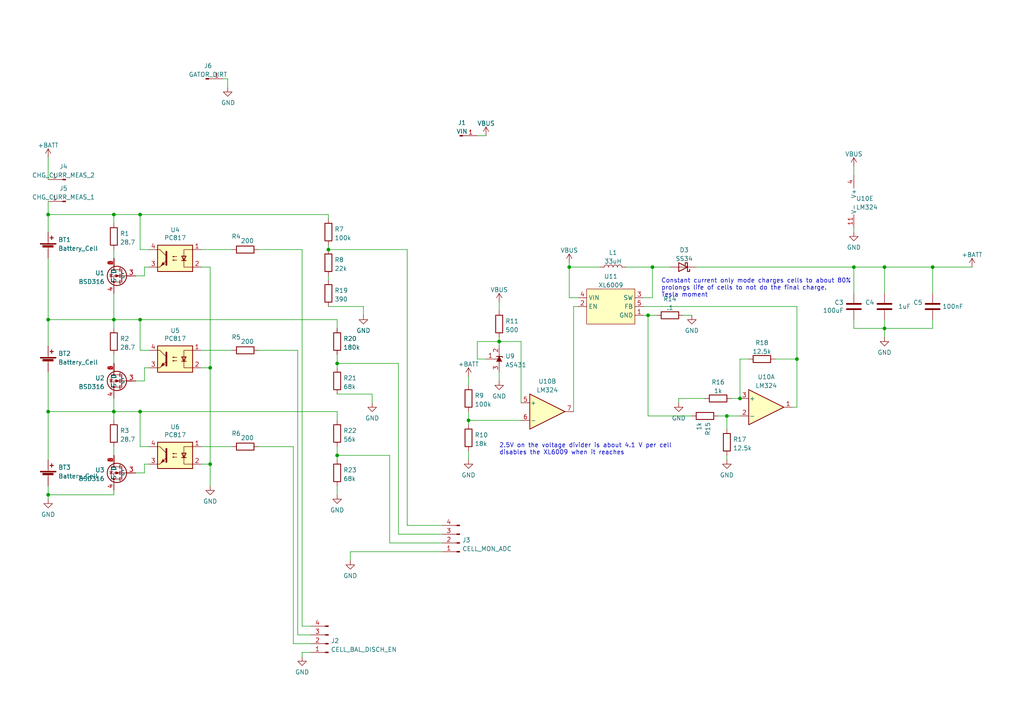
<source format=kicad_sch>
(kicad_sch (version 20211123) (generator eeschema)
  (paper "A4")
  (lib_symbols
    (symbol "1KicadLib:AS431"
      (property "Reference" "U" (at -5.08 -3.81 0))
      (property "Value" "AS431" (at -7.62 6.35 0))
      (symbol "AS431_0_1"
        (polyline (pts (xy -0.762 -0.762) (xy 0 0.762) (xy 0.762 -0.762)) (fill (type outline)))
        (polyline (pts (xy 0 -1.27) (xy 0 0) (xy 0 1.27)))
        (polyline (pts (xy 1.016 0.508) (xy 0.762 0.762) (xy -0.762 0.762) (xy -0.762 0.762)) (stroke (width 0.254)))
      )
      (symbol "AS431_1_1"
        (polyline (pts (xy -1.27 0) (xy 0 0)))
        (pin passive line (at -3.81 0 0) (length 2.54) (name "") (number "1"))
        (pin passive line (at 0 3.81 270) (length 2.54) (name "") (number "2"))
        (pin passive line (at 0 -3.81 90) (length 2.54) (name "") (number "3"))
      )
    )
    (symbol "1KicadLib:BSD316"
      (property "Reference" "U" (at -5.08 -3.81 0))
      (property "Value" "BSD316" (at -7.62 6.35 0))
      (symbol "BSD316_0_1"
        (circle (center -0.889 0) (radius 2.794) (stroke (width 0.254)))
        (circle (center 0 -1.778) (radius 0.254) (fill (type outline)))
        (polyline (pts (xy -2.286 0) (xy -5.08 0)))
        (polyline (pts (xy -2.286 1.905) (xy -2.286 -1.905)) (stroke (width 0.254)))
        (polyline (pts (xy -1.778 -1.27) (xy -1.778 -2.286)) (stroke (width 0.254)))
        (polyline (pts (xy -1.778 0.508) (xy -1.778 -0.508)) (stroke (width 0.254)))
        (polyline (pts (xy -1.778 2.286) (xy -1.778 1.27)) (stroke (width 0.254)))
        (polyline (pts (xy 0 2.54) (xy 0 1.778)))
        (polyline (pts (xy 0 -2.54) (xy 0 0) (xy -1.778 0)))
        (polyline (pts (xy -1.778 -1.778) (xy 0.762 -1.778) (xy 0.762 1.778) (xy -1.778 1.778)))
        (polyline (pts (xy -1.524 0) (xy -0.508 0.381) (xy -0.508 -0.381) (xy -1.524 0)) (fill (type outline)))
        (polyline (pts (xy 0.254 0.508) (xy 0.381 0.381) (xy 1.143 0.381) (xy 1.27 0.254)))
        (polyline (pts (xy 0.762 0.381) (xy 0.381 -0.254) (xy 1.143 -0.254) (xy 0.762 0.381)))
        (circle (center 0 1.778) (radius 0.254) (fill (type outline)))
      )
      (symbol "BSD316_1_1"
        (pin passive line (at 0 5.08 270) (length 2.54) (name "D") (number "1"))
        (pin passive line (at 0 5.08 270) (length 2.54) (name "D") (number "2"))
        (pin input line (at -6.35 0 0) (length 2.54) (name "G") (number "3"))
        (pin passive line (at 0 -5.08 90) (length 2.54) (name "S") (number "4"))
        (pin passive line (at 0 5.08 270) (length 2.54) (name "D") (number "5"))
        (pin passive line (at 0 5.08 270) (length 2.54) (name "D") (number "6"))
      )
    )
    (symbol "1KicadLib:XL6009"
      (property "Reference" "U?" (at 0.635 12.539 0))
      (property "Value" "XL6009" (at 0.635 10.0021 0))
      (symbol "XL6009_0_1"
        (rectangle (start -6.35 8.89) (end 7.62 -1.27) (stroke (width 0.1524)) (fill (type background)))
      )
      (symbol "XL6009_1_1"
        (pin input line (at 10.16 1.27 180) (length 2.54) (name "GND") (number "1"))
        (pin input line (at -8.89 3.81 0) (length 2.54) (name "EN") (number "2"))
        (pin input line (at 10.16 6.35 180) (length 2.54) (name "SW") (number "3"))
        (pin input line (at -8.89 6.35 0) (length 2.54) (name "VIN") (number "4"))
        (pin input line (at 10.16 3.81 180) (length 2.54) (name "FB") (number "5"))
      )
    )
    (symbol "Amplifier_Operational:LM324" (pin_names (offset 0.127))
      (property "Reference" "U" (at 0 5.08 0))
      (property "Value" "LM324" (at 0 -5.08 0))
      (symbol "LM324_1_1"
        (polyline (pts (xy -5.08 5.08) (xy 5.08 0) (xy -5.08 -5.08) (xy -5.08 5.08)) (stroke (width 0.254)) (fill (type background)))
        (pin output line (at 7.62 0 180) (length 2.54) (name "~") (number "1"))
        (pin input line (at -7.62 -2.54 0) (length 2.54) (name "-") (number "2"))
        (pin input line (at -7.62 2.54 0) (length 2.54) (name "+") (number "3"))
      )
      (symbol "LM324_2_1"
        (polyline (pts (xy -5.08 5.08) (xy 5.08 0) (xy -5.08 -5.08) (xy -5.08 5.08)) (stroke (width 0.254)) (fill (type background)))
        (pin input line (at -7.62 2.54 0) (length 2.54) (name "+") (number "5"))
        (pin input line (at -7.62 -2.54 0) (length 2.54) (name "-") (number "6"))
        (pin output line (at 7.62 0 180) (length 2.54) (name "~") (number "7"))
      )
      (symbol "LM324_3_1"
        (polyline (pts (xy -5.08 5.08) (xy 5.08 0) (xy -5.08 -5.08) (xy -5.08 5.08)) (stroke (width 0.254)) (fill (type background)))
        (pin input line (at -7.62 2.54 0) (length 2.54) (name "+") (number "10"))
        (pin output line (at 7.62 0 180) (length 2.54) (name "~") (number "8"))
        (pin input line (at -7.62 -2.54 0) (length 2.54) (name "-") (number "9"))
      )
      (symbol "LM324_4_1"
        (polyline (pts (xy -5.08 5.08) (xy 5.08 0) (xy -5.08 -5.08) (xy -5.08 5.08)) (stroke (width 0.254)) (fill (type background)))
        (pin input line (at -7.62 2.54 0) (length 2.54) (name "+") (number "12"))
        (pin input line (at -7.62 -2.54 0) (length 2.54) (name "-") (number "13"))
        (pin output line (at 7.62 0 180) (length 2.54) (name "~") (number "14"))
      )
      (symbol "LM324_5_1"
        (pin power_in line (at -2.54 -7.62 90) (length 3.81) (name "V-") (number "11"))
        (pin power_in line (at -2.54 7.62 270) (length 3.81) (name "V+") (number "4"))
      )
    )
    (symbol "Connector:Conn_01x01_Male" (pin_names (offset 1.016) hide)
      (property "Reference" "J" (at 0 2.54 0))
      (property "Value" "Conn_01x01_Male" (at 0 -2.54 0))
      (symbol "Conn_01x01_Male_1_1"
        (polyline (pts (xy 1.27 0) (xy 0.8636 0)) (stroke (width 0.1524)))
        (rectangle (start 0.8636 0.127) (end 0 -0.127) (stroke (width 0.1524)) (fill (type outline)))
        (pin passive line (at 5.08 0 180) (length 3.81) (name "Pin_1") (number "1"))
      )
    )
    (symbol "Connector:Conn_01x04_Male" (pin_names (offset 1.016) hide)
      (property "Reference" "J" (at 0 5.08 0))
      (property "Value" "Conn_01x04_Male" (at 0 -7.62 0))
      (symbol "Conn_01x04_Male_1_1"
        (polyline (pts (xy 1.27 -5.08) (xy 0.8636 -5.08)) (stroke (width 0.1524)))
        (polyline (pts (xy 1.27 -2.54) (xy 0.8636 -2.54)) (stroke (width 0.1524)))
        (polyline (pts (xy 1.27 0) (xy 0.8636 0)) (stroke (width 0.1524)))
        (polyline (pts (xy 1.27 2.54) (xy 0.8636 2.54)) (stroke (width 0.1524)))
        (rectangle (start 0.8636 -4.953) (end 0 -5.207) (stroke (width 0.1524)) (fill (type outline)))
        (rectangle (start 0.8636 -2.413) (end 0 -2.667) (stroke (width 0.1524)) (fill (type outline)))
        (rectangle (start 0.8636 0.127) (end 0 -0.127) (stroke (width 0.1524)) (fill (type outline)))
        (rectangle (start 0.8636 2.667) (end 0 2.413) (stroke (width 0.1524)) (fill (type outline)))
        (pin passive line (at 5.08 2.54 180) (length 3.81) (name "Pin_1") (number "1"))
        (pin passive line (at 5.08 0 180) (length 3.81) (name "Pin_2") (number "2"))
        (pin passive line (at 5.08 -2.54 180) (length 3.81) (name "Pin_3") (number "3"))
        (pin passive line (at 5.08 -5.08 180) (length 3.81) (name "Pin_4") (number "4"))
      )
    )
    (symbol "Device:Battery_Cell" (pin_numbers hide) (pin_names (offset 0) hide)
      (property "Reference" "BT" (at 2.54 2.54 0))
      (property "Value" "Battery_Cell" (at 2.54 0 0))
      (symbol "Battery_Cell_0_1"
        (rectangle (start -2.286 1.778) (end 2.286 1.524) (fill (type outline)))
        (rectangle (start -1.5748 1.1938) (end 1.4732 0.6858) (fill (type outline)))
        (polyline (pts (xy 0 0.762) (xy 0 0)))
        (polyline (pts (xy 0 1.778) (xy 0 2.54)))
        (polyline (pts (xy 0.508 3.429) (xy 1.524 3.429)) (stroke (width 0.254)))
        (polyline (pts (xy 1.016 3.937) (xy 1.016 2.921)) (stroke (width 0.254)))
      )
      (symbol "Battery_Cell_1_1"
        (pin passive line (at 0 5.08 270) (length 2.54) (name "+") (number "1"))
        (pin passive line (at 0 -2.54 90) (length 2.54) (name "-") (number "2"))
      )
    )
    (symbol "Device:C" (pin_numbers hide) (pin_names (offset 0.254))
      (property "Reference" "C" (at 0.635 2.54 0))
      (property "Value" "C" (at 0.635 -2.54 0))
      (symbol "C_0_1"
        (polyline (pts (xy -2.032 -0.762) (xy 2.032 -0.762)) (stroke (width 0.508)))
        (polyline (pts (xy -2.032 0.762) (xy 2.032 0.762)) (stroke (width 0.508)))
      )
      (symbol "C_1_1"
        (pin passive line (at 0 3.81 270) (length 2.794) (name "~") (number "1"))
        (pin passive line (at 0 -3.81 90) (length 2.794) (name "~") (number "2"))
      )
    )
    (symbol "Device:D_Schottky" (pin_numbers hide) (pin_names (offset 1.016) hide)
      (property "Reference" "D" (at 0 2.54 0))
      (property "Value" "D_Schottky" (at 0 -2.54 0))
      (symbol "D_Schottky_0_1"
        (polyline (pts (xy 1.27 0) (xy -1.27 0)))
        (polyline (pts (xy 1.27 1.27) (xy 1.27 -1.27) (xy -1.27 0) (xy 1.27 1.27)) (stroke (width 0.254)))
        (polyline (pts (xy -1.905 0.635) (xy -1.905 1.27) (xy -1.27 1.27) (xy -1.27 -1.27) (xy -0.635 -1.27) (xy -0.635 -0.635)) (stroke (width 0.254)))
      )
      (symbol "D_Schottky_1_1"
        (pin passive line (at -3.81 0 0) (length 2.54) (name "K") (number "1"))
        (pin passive line (at 3.81 0 180) (length 2.54) (name "A") (number "2"))
      )
    )
    (symbol "Device:L" (pin_numbers hide) (pin_names (offset 1.016) hide)
      (property "Reference" "L" (at -1.27 0 90))
      (property "Value" "L" (at 1.905 0 90))
      (symbol "L_0_1"
        (arc (start 0 -2.54) (mid 0.635 -1.905) (end 0 -1.27))
        (arc (start 0 -1.27) (mid 0.635 -0.635) (end 0 0))
        (arc (start 0 0) (mid 0.635 0.635) (end 0 1.27))
        (arc (start 0 1.27) (mid 0.635 1.905) (end 0 2.54))
      )
      (symbol "L_1_1"
        (pin passive line (at 0 3.81 270) (length 1.27) (name "1") (number "1"))
        (pin passive line (at 0 -3.81 90) (length 1.27) (name "2") (number "2"))
      )
    )
    (symbol "Device:R" (pin_numbers hide) (pin_names (offset 0))
      (property "Reference" "R" (at 2.032 0 90))
      (property "Value" "R" (at 0 0 90))
      (symbol "R_0_1"
        (rectangle (start -1.016 -2.54) (end 1.016 2.54) (stroke (width 0.254)))
      )
      (symbol "R_1_1"
        (pin passive line (at 0 3.81 270) (length 1.27) (name "~") (number "1"))
        (pin passive line (at 0 -3.81 90) (length 1.27) (name "~") (number "2"))
      )
    )
    (symbol "Isolator:PC817" (pin_names (offset 1.016))
      (property "Reference" "U" (at -5.08 5.08 0))
      (property "Value" "PC817" (at 0 5.08 0))
      (symbol "PC817_0_1"
        (rectangle (start -5.08 3.81) (end 5.08 -3.81) (stroke (width 0.254)) (fill (type background)))
        (polyline (pts (xy -3.175 -0.635) (xy -1.905 -0.635)) (stroke (width 0.254)))
        (polyline (pts (xy 2.54 0.635) (xy 4.445 2.54)))
        (polyline (pts (xy 4.445 -2.54) (xy 2.54 -0.635)) (fill (type outline)))
        (polyline (pts (xy 4.445 -2.54) (xy 5.08 -2.54)))
        (polyline (pts (xy 4.445 2.54) (xy 5.08 2.54)))
        (polyline (pts (xy -5.08 2.54) (xy -2.54 2.54) (xy -2.54 -0.635)))
        (polyline (pts (xy -2.54 -0.635) (xy -2.54 -2.54) (xy -5.08 -2.54)))
        (polyline (pts (xy 2.54 1.905) (xy 2.54 -1.905) (xy 2.54 -1.905)) (stroke (width 0.508)))
        (polyline (pts (xy -2.54 -0.635) (xy -3.175 0.635) (xy -1.905 0.635) (xy -2.54 -0.635)) (stroke (width 0.254)))
        (polyline (pts (xy -0.508 -0.508) (xy 0.762 -0.508) (xy 0.381 -0.635) (xy 0.381 -0.381) (xy 0.762 -0.508)))
        (polyline (pts (xy -0.508 0.508) (xy 0.762 0.508) (xy 0.381 0.381) (xy 0.381 0.635) (xy 0.762 0.508)))
        (polyline (pts (xy 3.048 -1.651) (xy 3.556 -1.143) (xy 4.064 -2.159) (xy 3.048 -1.651) (xy 3.048 -1.651)) (fill (type outline)))
      )
      (symbol "PC817_1_1"
        (pin passive line (at -7.62 2.54 0) (length 2.54) (name "~") (number "1"))
        (pin passive line (at -7.62 -2.54 0) (length 2.54) (name "~") (number "2"))
        (pin passive line (at 7.62 -2.54 180) (length 2.54) (name "~") (number "3"))
        (pin passive line (at 7.62 2.54 180) (length 2.54) (name "~") (number "4"))
      )
    )
    (symbol "power:+BATT" (power) (pin_names (offset 0))
      (property "Value" "+BATT" (at 0 3.556 0))
      (symbol "+BATT_0_1"
        (polyline (pts (xy -0.762 1.27) (xy 0 2.54)))
        (polyline (pts (xy 0 0) (xy 0 2.54)))
        (polyline (pts (xy 0 2.54) (xy 0.762 1.27)))
      )
      (symbol "+BATT_1_1"
        (pin power_in line (at 0 0 90) (length 0) hide (name "+BATT") (number "1"))
      )
    )
    (symbol "power:GND" (power) (pin_names (offset 0))
      (property "Value" "GND" (at 0 -3.81 0))
      (symbol "GND_0_1"
        (polyline (pts (xy 0 0) (xy 0 -1.27) (xy 1.27 -1.27) (xy 0 -2.54) (xy -1.27 -1.27) (xy 0 -1.27)))
      )
      (symbol "GND_1_1"
        (pin power_in line (at 0 0 270) (length 0) hide (name "GND") (number "1"))
      )
    )
    (symbol "power:VBUS" (power) (pin_names (offset 0))
      (property "Value" "VBUS" (at 0 3.81 0))
      (symbol "VBUS_0_1"
        (polyline (pts (xy -0.762 1.27) (xy 0 2.54)))
        (polyline (pts (xy 0 0) (xy 0 2.54)))
        (polyline (pts (xy 0 2.54) (xy 0.762 1.27)))
      )
      (symbol "VBUS_1_1"
        (pin power_in line (at 0 0 90) (length 0) hide (name "VBUS") (number "1"))
      )
    )
  )
  (junction (at 135.89 121.92))
  (junction (at 13.97 62.23))
  (junction (at 231.14 104.14))
  (junction (at 40.64 119.38))
  (junction (at 33.02 62.23))
  (junction (at 97.79 105.41))
  (junction (at 33.02 92.71))
  (junction (at 214.63 115.57))
  (junction (at 210.82 120.65))
  (junction (at 187.96 91.44))
  (junction (at 33.02 119.38))
  (junction (at 95.25 72.39))
  (junction (at 165.1 77.47))
  (junction (at 97.79 132.08))
  (junction (at 270.51 77.47))
  (junction (at 60.96 134.62))
  (junction (at 40.64 62.23))
  (junction (at 256.54 77.47))
  (junction (at 256.54 95.25))
  (junction (at 13.97 92.71))
  (junction (at 13.97 143.51))
  (junction (at 13.97 119.38))
  (junction (at 247.65 77.47))
  (junction (at 189.23 77.47))
  (junction (at 60.96 106.68))
  (junction (at 40.64 92.71))
  (junction (at 144.78 99.06))
  (wire (pts (xy 105.41 88.9) (xy 105.41 91.44)))
  (wire (pts (xy 74.93 72.39) (xy 87.63 72.39)))
  (wire (pts (xy 113.03 157.48) (xy 113.03 132.08)))
  (wire (pts (xy 166.37 88.9) (xy 167.64 88.9)))
  (wire (pts (xy 189.23 77.47) (xy 194.31 77.47)))
  (wire (pts (xy 33.02 62.23) (xy 13.97 62.23)))
  (wire (pts (xy 247.65 95.25) (xy 247.65 92.71)))
  (wire (pts (xy 95.25 72.39) (xy 118.11 72.39)))
  (wire (pts (xy 39.37 80.01) (xy 41.91 80.01)))
  (wire (pts (xy 135.89 121.92) (xy 151.13 121.92)))
  (wire (pts (xy 13.97 119.38) (xy 13.97 133.35)))
  (wire (pts (xy 135.89 121.92) (xy 135.89 123.19)))
  (wire (pts (xy 58.42 106.68) (xy 60.96 106.68)))
  (wire (pts (xy 33.02 95.25) (xy 33.02 92.71)))
  (wire (pts (xy 13.97 143.51) (xy 13.97 144.78)))
  (wire (pts (xy 105.41 88.9) (xy 95.25 88.9)))
  (wire (pts (xy 256.54 95.25) (xy 256.54 97.79)))
  (wire (pts (xy 87.63 181.61) (xy 87.63 72.39)))
  (wire (pts (xy 13.97 74.93) (xy 13.97 92.71)))
  (wire (pts (xy 33.02 92.71) (xy 40.64 92.71)))
  (wire (pts (xy 95.25 71.12) (xy 95.25 72.39)))
  (wire (pts (xy 166.37 88.9) (xy 166.37 119.38)))
  (wire (pts (xy 66.04 22.86) (xy 64.77 22.86)))
  (wire (pts (xy 40.64 62.23) (xy 40.64 72.39)))
  (wire (pts (xy 13.97 140.97) (xy 13.97 143.51)))
  (wire (pts (xy 135.89 119.38) (xy 135.89 121.92)))
  (wire (pts (xy 247.65 48.26) (xy 247.65 50.8)))
  (wire (pts (xy 95.25 63.5) (xy 95.25 62.23)))
  (wire (pts (xy 196.85 115.57) (xy 204.47 115.57)))
  (wire (pts (xy 165.1 77.47) (xy 173.99 77.47)))
  (wire (pts (xy 87.63 181.61) (xy 90.17 181.61)))
  (wire (pts (xy 58.42 134.62) (xy 60.96 134.62)))
  (wire (pts (xy 210.82 132.08) (xy 210.82 133.35)))
  (wire (pts (xy 40.64 72.39) (xy 43.18 72.39)))
  (wire (pts (xy 85.09 186.69) (xy 85.09 129.54)))
  (wire (pts (xy 212.09 115.57) (xy 214.63 115.57)))
  (wire (pts (xy 97.79 132.08) (xy 97.79 133.35)))
  (wire (pts (xy 128.27 154.94) (xy 115.57 154.94)))
  (wire (pts (xy 217.17 104.14) (xy 214.63 104.14)))
  (wire (pts (xy 144.78 87.63) (xy 144.78 90.17)))
  (wire (pts (xy 247.65 85.09) (xy 247.65 77.47)))
  (wire (pts (xy 40.64 62.23) (xy 95.25 62.23)))
  (wire (pts (xy 97.79 105.41) (xy 115.57 105.41)))
  (wire (pts (xy 33.02 143.51) (xy 33.02 142.24)))
  (wire (pts (xy 214.63 120.65) (xy 210.82 120.65)))
  (wire (pts (xy 43.18 106.68) (xy 41.91 106.68)))
  (wire (pts (xy 144.78 107.95) (xy 144.78 110.49)))
  (wire (pts (xy 33.02 102.87) (xy 33.02 105.41)))
  (wire (pts (xy 151.13 116.84) (xy 151.13 99.06)))
  (wire (pts (xy 135.89 130.81) (xy 135.89 133.35)))
  (wire (pts (xy 60.96 106.68) (xy 60.96 77.47)))
  (wire (pts (xy 144.78 99.06) (xy 144.78 100.33)))
  (wire (pts (xy 165.1 86.36) (xy 167.64 86.36)))
  (wire (pts (xy 33.02 64.77) (xy 33.02 62.23)))
  (wire (pts (xy 210.82 120.65) (xy 210.82 124.46)))
  (wire (pts (xy 270.51 92.71) (xy 270.51 95.25)))
  (wire (pts (xy 247.65 77.47) (xy 256.54 77.47)))
  (wire (pts (xy 256.54 85.09) (xy 256.54 77.47)))
  (wire (pts (xy 41.91 77.47) (xy 41.91 80.01)))
  (wire (pts (xy 66.04 25.4) (xy 66.04 22.86)))
  (wire (pts (xy 74.93 129.54) (xy 85.09 129.54)))
  (wire (pts (xy 58.42 77.47) (xy 60.96 77.47)))
  (wire (pts (xy 87.63 190.5) (xy 87.63 189.23)))
  (wire (pts (xy 41.91 134.62) (xy 41.91 137.16)))
  (wire (pts (xy 97.79 132.08) (xy 113.03 132.08)))
  (wire (pts (xy 97.79 102.87) (xy 97.79 105.41)))
  (wire (pts (xy 256.54 92.71) (xy 256.54 95.25)))
  (wire (pts (xy 189.23 86.36) (xy 189.23 77.47)))
  (wire (pts (xy 97.79 119.38) (xy 97.79 121.92)))
  (wire (pts (xy 189.23 86.36) (xy 186.69 86.36)))
  (wire (pts (xy 256.54 95.25) (xy 270.51 95.25)))
  (wire (pts (xy 224.79 104.14) (xy 231.14 104.14)))
  (wire (pts (xy 165.1 76.2) (xy 165.1 77.47)))
  (wire (pts (xy 33.02 121.92) (xy 33.02 119.38)))
  (wire (pts (xy 13.97 143.51) (xy 33.02 143.51)))
  (wire (pts (xy 231.14 118.11) (xy 229.87 118.11)))
  (wire (pts (xy 135.89 109.22) (xy 135.89 111.76)))
  (wire (pts (xy 40.64 101.6) (xy 43.18 101.6)))
  (wire (pts (xy 33.02 92.71) (xy 13.97 92.71)))
  (wire (pts (xy 256.54 77.47) (xy 270.51 77.47)))
  (wire (pts (xy 33.02 129.54) (xy 33.02 132.08)))
  (wire (pts (xy 13.97 62.23) (xy 13.97 67.31)))
  (wire (pts (xy 97.79 105.41) (xy 97.79 106.68)))
  (wire (pts (xy 87.63 189.23) (xy 90.17 189.23)))
  (wire (pts (xy 256.54 95.25) (xy 247.65 95.25)))
  (wire (pts (xy 165.1 77.47) (xy 165.1 86.36)))
  (wire (pts (xy 60.96 134.62) (xy 60.96 106.68)))
  (wire (pts (xy 186.69 88.9) (xy 231.14 88.9)))
  (wire (pts (xy 86.36 101.6) (xy 86.36 184.15)))
  (wire (pts (xy 97.79 129.54) (xy 97.79 132.08)))
  (wire (pts (xy 247.65 67.31) (xy 247.65 66.04)))
  (wire (pts (xy 39.37 110.49) (xy 41.91 110.49)))
  (wire (pts (xy 60.96 140.97) (xy 60.96 134.62)))
  (wire (pts (xy 33.02 119.38) (xy 40.64 119.38)))
  (wire (pts (xy 40.64 119.38) (xy 40.64 129.54)))
  (wire (pts (xy 33.02 119.38) (xy 13.97 119.38)))
  (wire (pts (xy 189.23 77.47) (xy 181.61 77.47)))
  (wire (pts (xy 210.82 120.65) (xy 208.28 120.65)))
  (wire (pts (xy 90.17 184.15) (xy 86.36 184.15)))
  (wire (pts (xy 107.95 114.3) (xy 107.95 116.84)))
  (wire (pts (xy 58.42 129.54) (xy 67.31 129.54)))
  (wire (pts (xy 101.6 162.56) (xy 101.6 160.02)))
  (wire (pts (xy 138.43 99.06) (xy 144.78 99.06)))
  (wire (pts (xy 140.97 104.14) (xy 138.43 104.14)))
  (wire (pts (xy 115.57 154.94) (xy 115.57 105.41)))
  (wire (pts (xy 90.17 186.69) (xy 85.09 186.69)))
  (wire (pts (xy 40.64 119.38) (xy 97.79 119.38)))
  (wire (pts (xy 33.02 72.39) (xy 33.02 74.93)))
  (wire (pts (xy 33.02 85.09) (xy 33.02 92.71)))
  (wire (pts (xy 128.27 152.4) (xy 118.11 152.4)))
  (wire (pts (xy 151.13 99.06) (xy 144.78 99.06)))
  (wire (pts (xy 187.96 120.65) (xy 187.96 91.44)))
  (wire (pts (xy 107.95 114.3) (xy 97.79 114.3)))
  (wire (pts (xy 95.25 80.01) (xy 95.25 81.28)))
  (wire (pts (xy 58.42 101.6) (xy 67.31 101.6)))
  (wire (pts (xy 40.64 92.71) (xy 40.64 101.6)))
  (wire (pts (xy 97.79 92.71) (xy 97.79 95.25)))
  (wire (pts (xy 198.12 91.44) (xy 200.66 91.44)))
  (wire (pts (xy 144.78 97.79) (xy 144.78 99.06)))
  (wire (pts (xy 270.51 85.09) (xy 270.51 77.47)))
  (wire (pts (xy 138.43 39.37) (xy 140.97 39.37)))
  (wire (pts (xy 41.91 106.68) (xy 41.91 110.49)))
  (wire (pts (xy 43.18 77.47) (xy 41.91 77.47)))
  (wire (pts (xy 43.18 134.62) (xy 41.91 134.62)))
  (wire (pts (xy 231.14 88.9) (xy 231.14 104.14)))
  (wire (pts (xy 118.11 152.4) (xy 118.11 72.39)))
  (wire (pts (xy 13.97 58.42) (xy 13.97 62.23)))
  (wire (pts (xy 40.64 92.71) (xy 97.79 92.71)))
  (wire (pts (xy 13.97 92.71) (xy 13.97 100.33)))
  (wire (pts (xy 58.42 72.39) (xy 67.31 72.39)))
  (wire (pts (xy 214.63 104.14) (xy 214.63 115.57)))
  (wire (pts (xy 196.85 116.84) (xy 196.85 115.57)))
  (wire (pts (xy 33.02 62.23) (xy 40.64 62.23)))
  (wire (pts (xy 187.96 91.44) (xy 186.69 91.44)))
  (wire (pts (xy 33.02 115.57) (xy 33.02 119.38)))
  (wire (pts (xy 41.91 137.16) (xy 39.37 137.16)))
  (wire (pts (xy 128.27 157.48) (xy 113.03 157.48)))
  (wire (pts (xy 200.66 120.65) (xy 187.96 120.65)))
  (wire (pts (xy 231.14 104.14) (xy 231.14 118.11)))
  (wire (pts (xy 74.93 101.6) (xy 86.36 101.6)))
  (wire (pts (xy 190.5 91.44) (xy 187.96 91.44)))
  (wire (pts (xy 97.79 140.97) (xy 97.79 143.51)))
  (wire (pts (xy 270.51 77.47) (xy 281.94 77.47)))
  (wire (pts (xy 101.6 160.02) (xy 128.27 160.02)))
  (wire (pts (xy 40.64 129.54) (xy 43.18 129.54)))
  (wire (pts (xy 138.43 104.14) (xy 138.43 99.06)))
  (wire (pts (xy 13.97 45.72) (xy 13.97 52.07)))
  (wire (pts (xy 13.97 107.95) (xy 13.97 119.38)))
  (wire (pts (xy 201.93 77.47) (xy 247.65 77.47)))
  (text "2.5V on the voltage divider is about 4.1 V per cell\ndisables the XL6009 when it reaches" (at 144.78 132.08 0) (effects (font (size 1.27 1.27)) (justify left bottom)))
  (text "Constant current only mode charges cells to about 80%\nprolongs life of cells to not do the final charge.\nTesla moment" (at 191.77 86.36 0) (effects (font (size 1.27 1.27)) (justify left bottom)))
  (symbol (lib_id "power:VBUS") (at 144.78 87.63 0) (unit 1)
    (property "Reference" "#PWR0109" (effects hide))
    (property "Value" "VBUS" (at 144.78 84.0542 0))
  )
  (symbol (lib_id "Device:R") (at 95.25 76.2 0) (unit 1)
    (property "Reference" "R8" (at 97.028 75.3653 0) (effects (justify left)))
    (property "Value" "22k" (at 97.028 77.9022 0) (effects (justify left)))
    (property "Footprint" "Resistor_SMD:R_0805_2012Metric_Pad1.20x1.40mm_HandSolder" (effects hide))
  )
  (symbol (lib_id "Device:R") (at 95.25 67.31 0) (unit 1)
    (property "Reference" "R7" (at 97.028 66.4753 0) (effects (justify left)))
    (property "Value" "100k" (at 97.028 69.0122 0) (effects (justify left)))
    (property "Footprint" "Resistor_SMD:R_0805_2012Metric_Pad1.20x1.40mm_HandSolder" (effects hide))
  )
  (symbol (lib_id "Amplifier_Operational:LM324") (at 222.25 118.11 0) (unit 1)
    (property "Reference" "U10" (at 222.25 109.3302 0))
    (property "Value" "LM324" (at 222.25 111.8671 0))
    (property "Footprint" "Package_SO:SOIC-14_3.9x8.7mm_P1.27mm" (effects hide))
    (property "Datasheet" "http://www.ti.com/lit/ds/symlink/lm2902-n.pdf" (effects hide))
  )
  (symbol (lib_id "power:GND") (at 105.41 91.44 0) (unit 1)
    (property "Reference" "#PWR0124" (effects hide))
    (property "Value" "GND" (at 105.41 95.8834 0))
  )
  (symbol (lib_id "1KicadLib:XL6009") (at 176.53 92.71 0) (unit 1)
    (property "Reference" "U11" (at 177.165 80.171 0))
    (property "Value" "XL6009" (at 177.165 82.7079 0))
    (property "Footprint" "Package_TO_SOT_SMD:TO-263-5_TabPin3" (effects hide))
  )
  (symbol (lib_id "Device:R") (at 97.79 137.16 0) (unit 1)
    (property "Reference" "R23" (at 99.568 136.3253 0) (effects (justify left)))
    (property "Value" "68k" (at 99.568 138.8622 0) (effects (justify left)))
    (property "Footprint" "Resistor_SMD:R_0805_2012Metric_Pad1.20x1.40mm_HandSolder" (effects hide))
  )
  (symbol (lib_id "1KicadLib:BSD316") (at 33.02 137.16 0) (mirror y) (unit 1)
    (property "Reference" "U3" (at 30.3531 136.3253 0) (effects (justify left)))
    (property "Value" "BSD316" (at 30.3531 138.8622 0) (effects (justify left)))
    (property "Footprint" "Package_TO_SOT_SMD:SOT-363_SC-70-6_Handsoldering" (effects hide))
  )
  (symbol (lib_id "Device:R") (at 204.47 120.65 270) (unit 1)
    (property "Reference" "R15" (at 205.3047 122.428 0) (effects (justify left)))
    (property "Value" "1k" (at 202.7678 122.428 0) (effects (justify left)))
    (property "Footprint" "Resistor_SMD:R_0805_2012Metric_Pad1.20x1.40mm_HandSolder" (effects hide))
  )
  (symbol (lib_id "Amplifier_Operational:LM324") (at 250.19 58.42 0) (unit 5)
    (property "Reference" "U10" (at 248.285 57.5853 0) (effects (justify left)))
    (property "Value" "LM324" (at 248.285 60.1222 0) (effects (justify left)))
    (property "Footprint" "Package_SO:SOIC-14_3.9x8.7mm_P1.27mm" (effects hide))
    (property "Datasheet" "http://www.ti.com/lit/ds/symlink/lm2902-n.pdf" (effects hide))
  )
  (symbol (lib_id "Device:R") (at 220.98 104.14 90) (unit 1)
    (property "Reference" "R18" (at 220.98 99.4242 90))
    (property "Value" "12.5k" (at 220.98 101.9611 90))
    (property "Footprint" "Resistor_SMD:R_0805_2012Metric_Pad1.20x1.40mm_HandSolder" (effects hide))
  )
  (symbol (lib_id "Device:R") (at 71.12 72.39 90) (unit 1)
    (property "Reference" "R4" (at 69.85 68.58 90) (effects (justify left)))
    (property "Value" "200" (at 73.66 69.85 90) (effects (justify left)))
    (property "Footprint" "Resistor_SMD:R_0805_2012Metric_Pad1.20x1.40mm_HandSolder" (effects hide))
  )
  (symbol (lib_id "power:GND") (at 200.66 91.44 0) (unit 1)
    (property "Reference" "#PWR0104" (effects hide))
    (property "Value" "GND" (at 200.66 95.8834 0))
  )
  (symbol (lib_id "power:VBUS") (at 247.65 48.26 0) (unit 1)
    (property "Reference" "#PWR0113" (effects hide))
    (property "Value" "VBUS" (at 247.65 44.6842 0))
  )
  (symbol (lib_id "Device:D_Schottky") (at 198.12 77.47 180) (unit 1)
    (property "Reference" "D3" (at 198.4375 72.5002 0))
    (property "Value" "SS34" (at 198.4375 75.0371 0))
    (property "Footprint" "Diode_SMD:D_SMC_Handsoldering" (effects hide))
  )
  (symbol (lib_id "1KicadLib:AS431") (at 144.78 104.14 0) (unit 1)
    (property "Reference" "U9" (at 146.558 103.3053 0) (effects (justify left)))
    (property "Value" "AS431" (at 146.558 105.8422 0) (effects (justify left)))
    (property "Footprint" "Package_TO_SOT_SMD:SOT-23-5_HandSoldering" (effects hide))
  )
  (symbol (lib_id "power:+BATT") (at 135.89 109.22 0) (unit 1)
    (property "Reference" "#PWR0107" (effects hide))
    (property "Value" "+BATT" (at 135.89 105.6442 0))
  )
  (symbol (lib_id "Device:R") (at 33.02 125.73 0) (unit 1)
    (property "Reference" "R3" (at 34.798 124.8953 0) (effects (justify left)))
    (property "Value" "28.7" (at 34.798 127.4322 0) (effects (justify left)))
    (property "Footprint" "Resistor_SMD:R_2512_6332Metric_Pad1.40x3.35mm_HandSolder" (effects hide))
  )
  (symbol (lib_id "Isolator:PC817") (at 50.8 74.93 0) (mirror y) (unit 1)
    (property "Reference" "U4" (at 50.8 66.675 0))
    (property "Value" "PC817" (at 50.8 68.9864 0))
    (property "Footprint" "Package_SO:SOP-4_3.8x4.1mm_P2.54mm" (effects hide))
    (property "Datasheet" "http://www.soselectronic.cz/a_info/resource/d/pc817.pdf" (effects hide))
  )
  (symbol (lib_id "power:GND") (at 135.89 133.35 0) (unit 1)
    (property "Reference" "#PWR0114" (effects hide))
    (property "Value" "GND" (at 135.89 137.7934 0))
  )
  (symbol (lib_id "Device:R") (at 71.12 129.54 90) (unit 1)
    (property "Reference" "R6" (at 69.85 125.73 90) (effects (justify left)))
    (property "Value" "200" (at 73.66 127 90) (effects (justify left)))
    (property "Footprint" "Resistor_SMD:R_0805_2012Metric_Pad1.20x1.40mm_HandSolder" (effects hide))
  )
  (symbol (lib_id "Device:Battery_Cell") (at 13.97 138.43 0) (unit 1)
    (property "Reference" "BT3" (at 16.891 135.5633 0) (effects (justify left)))
    (property "Value" "Battery_Cell" (at 16.891 138.1002 0) (effects (justify left)))
    (property "Footprint" "Connector_PinHeader_2.54mm:PinHeader_1x02_P2.54mm_Vertical" (effects hide))
  )
  (symbol (lib_id "power:GND") (at 107.95 116.84 0) (unit 1)
    (property "Reference" "#PWR0129" (effects hide))
    (property "Value" "GND" (at 107.95 121.2834 0))
  )
  (symbol (lib_id "Device:R") (at 33.02 99.06 0) (unit 1)
    (property "Reference" "R2" (at 34.798 98.2253 0) (effects (justify left)))
    (property "Value" "28.7" (at 34.798 100.7622 0) (effects (justify left)))
    (property "Footprint" "Resistor_SMD:R_2512_6332Metric_Pad1.40x3.35mm_HandSolder" (effects hide))
  )
  (symbol (lib_id "Device:R") (at 210.82 128.27 0) (unit 1)
    (property "Reference" "R17" (at 212.598 127.4353 0) (effects (justify left)))
    (property "Value" "12.5k" (at 212.598 129.9722 0) (effects (justify left)))
    (property "Footprint" "Resistor_SMD:R_0805_2012Metric_Pad1.20x1.40mm_HandSolder" (effects hide))
  )
  (symbol (lib_id "power:GND") (at 101.6 162.56 0) (unit 1)
    (property "Reference" "#PWR0118" (effects hide))
    (property "Value" "GND" (at 101.6 167.0034 0))
  )
  (symbol (lib_id "Device:Battery_Cell") (at 13.97 72.39 0) (unit 1)
    (property "Reference" "BT1" (at 16.891 69.5233 0) (effects (justify left)))
    (property "Value" "Battery_Cell" (at 16.891 72.0602 0) (effects (justify left)))
    (property "Footprint" "Connector_PinHeader_2.54mm:PinHeader_1x02_P2.54mm_Vertical" (effects hide))
  )
  (symbol (lib_id "Connector:Conn_01x01_Male") (at 59.69 22.86 0) (unit 1)
    (property "Reference" "J6" (at 60.325 19.084 0))
    (property "Value" "GATOR_DIRT" (at 60.325 21.6209 0))
    (property "Footprint" "1KicadLib:GatorTestpoint" (effects hide))
  )
  (symbol (lib_id "power:GND") (at 210.82 133.35 0) (unit 1)
    (property "Reference" "#PWR0102" (effects hide))
    (property "Value" "GND" (at 210.82 137.7934 0))
  )
  (symbol (lib_id "Isolator:PC817") (at 50.8 104.14 0) (mirror y) (unit 1)
    (property "Reference" "U5" (at 50.8 95.885 0))
    (property "Value" "PC817" (at 50.8 98.1964 0))
    (property "Footprint" "Package_SO:SOP-4_3.8x4.1mm_P2.54mm" (effects hide))
    (property "Datasheet" "http://www.soselectronic.cz/a_info/resource/d/pc817.pdf" (effects hide))
  )
  (symbol (lib_id "power:VBUS") (at 140.97 39.37 0) (unit 1)
    (property "Reference" "#PWR0105" (effects hide))
    (property "Value" "VBUS" (at 140.97 35.7942 0))
  )
  (symbol (lib_id "power:GND") (at 13.97 144.78 0) (unit 1)
    (property "Reference" "#PWR0120" (effects hide))
    (property "Value" "GND" (at 13.97 149.2234 0))
  )
  (symbol (lib_id "Connector:Conn_01x01_Male") (at 19.05 58.42 180) (unit 1)
    (property "Reference" "J5" (at 18.415 54.644 0))
    (property "Value" "CHG_CURR_MEAS_1" (at 18.415 57.1809 0))
    (property "Footprint" "1KicadLib:GatorTestpoint" (effects hide))
  )
  (symbol (lib_id "1KicadLib:BSD316") (at 33.02 110.49 0) (mirror y) (unit 1)
    (property "Reference" "U2" (at 30.3531 109.6553 0) (effects (justify left)))
    (property "Value" "BSD316" (at 30.3531 112.1922 0) (effects (justify left)))
    (property "Footprint" "Package_TO_SOT_SMD:SOT-363_SC-70-6_Handsoldering" (effects hide))
  )
  (symbol (lib_id "power:+BATT") (at 281.94 77.47 0) (unit 1)
    (property "Reference" "#PWR0112" (effects hide))
    (property "Value" "+BATT" (at 281.94 73.8942 0))
  )
  (symbol (lib_id "Device:L") (at 177.8 77.47 90) (unit 1)
    (property "Reference" "L1" (at 177.8 73.2622 90))
    (property "Value" "33uH" (at 177.8 75.7991 90))
    (property "Footprint" "Inductor_SMD:L_12x12mm_H4.5mm" (effects hide))
  )
  (symbol (lib_id "Device:R") (at 144.78 93.98 0) (unit 1)
    (property "Reference" "R11" (at 146.558 93.1453 0) (effects (justify left)))
    (property "Value" "500" (at 146.558 95.6822 0) (effects (justify left)))
    (property "Footprint" "Resistor_SMD:R_0805_2012Metric_Pad1.20x1.40mm_HandSolder" (effects hide))
  )
  (symbol (lib_id "power:GND") (at 87.63 190.5 0) (unit 1)
    (property "Reference" "#PWR0116" (effects hide))
    (property "Value" "GND" (at 87.63 194.9434 0))
  )
  (symbol (lib_id "power:GND") (at 247.65 67.31 0) (unit 1)
    (property "Reference" "#PWR0101" (effects hide))
    (property "Value" "GND" (at 247.65 71.7534 0))
  )
  (symbol (lib_id "Device:R") (at 97.79 99.06 0) (unit 1)
    (property "Reference" "R20" (at 99.568 98.2253 0) (effects (justify left)))
    (property "Value" "180k" (at 99.568 100.7622 0) (effects (justify left)))
    (property "Footprint" "Resistor_SMD:R_0805_2012Metric_Pad1.20x1.40mm_HandSolder" (effects hide))
  )
  (symbol (lib_id "power:GND") (at 66.04 25.4 0) (unit 1)
    (property "Reference" "#PWR0131" (effects hide))
    (property "Value" "GND" (at 66.167 29.7942 0))
  )
  (symbol (lib_id "Device:R") (at 194.31 91.44 90) (unit 1)
    (property "Reference" "R14" (at 194.31 86.7242 90))
    (property "Value" ".1" (at 194.31 89.2611 90))
    (property "Footprint" "Resistor_SMD:R_1206_3216Metric_Pad1.30x1.75mm_HandSolder" (effects hide))
  )
  (symbol (lib_id "Connector:Conn_01x04_Male") (at 133.35 157.48 180) (unit 1)
    (property "Reference" "J3" (at 134.0612 156.6453 0) (effects (justify right)))
    (property "Value" "CELL_MON_ADC" (at 134.0612 159.1822 0) (effects (justify right)))
    (property "Footprint" "Connector_PinHeader_2.54mm:PinHeader_1x04_P2.54mm_Vertical" (effects hide))
  )
  (symbol (lib_id "Device:R") (at 208.28 115.57 270) (unit 1)
    (property "Reference" "R16" (at 208.28 110.8542 90))
    (property "Value" "1k" (at 208.28 113.3911 90))
    (property "Footprint" "Resistor_SMD:R_0805_2012Metric_Pad1.20x1.40mm_HandSolder" (effects hide))
  )
  (symbol (lib_id "Device:C") (at 247.65 88.9 0) (mirror y) (unit 1)
    (property "Reference" "C3" (at 244.729 87.7316 0) (effects (justify left)))
    (property "Value" "100uF" (at 244.729 90.043 0) (effects (justify left)))
    (property "Footprint" "Capacitor_SMD:C_1210_3225Metric_Pad1.33x2.70mm_HandSolder" (effects hide))
  )
  (symbol (lib_id "Device:C") (at 256.54 88.9 0) (mirror y) (unit 1)
    (property "Reference" "C4" (at 253.619 87.7316 0) (effects (justify left)))
    (property "Value" "1uF" (at 264.16 88.9 0) (effects (justify left)))
    (property "Footprint" "Capacitor_SMD:C_0805_2012Metric_Pad1.18x1.45mm_HandSolder" (effects hide))
  )
  (symbol (lib_id "Connector:Conn_01x01_Male") (at 19.05 52.07 180) (unit 1)
    (property "Reference" "J4" (at 18.415 48.294 0))
    (property "Value" "CHG_CURR_MEAS_2" (at 18.415 50.8309 0))
    (property "Footprint" "1KicadLib:GatorTestpoint" (effects hide))
  )
  (symbol (lib_id "power:GND") (at 144.78 110.49 0) (unit 1)
    (property "Reference" "#PWR0108" (effects hide))
    (property "Value" "GND" (at 144.78 114.9334 0))
  )
  (symbol (lib_id "power:+BATT") (at 13.97 45.72 0) (unit 1)
    (property "Reference" "#PWR0115" (effects hide))
    (property "Value" "+BATT" (at 13.97 42.1442 0))
  )
  (symbol (lib_id "Device:R") (at 97.79 125.73 0) (unit 1)
    (property "Reference" "R22" (at 99.568 124.8953 0) (effects (justify left)))
    (property "Value" "56k" (at 99.568 127.4322 0) (effects (justify left)))
    (property "Footprint" "Resistor_SMD:R_0805_2012Metric_Pad1.20x1.40mm_HandSolder" (effects hide))
  )
  (symbol (lib_id "Amplifier_Operational:LM324") (at 158.75 119.38 0) (unit 2)
    (property "Reference" "U10" (at 158.75 110.6002 0))
    (property "Value" "LM324" (at 158.75 113.1371 0))
    (property "Footprint" "Package_SO:SOIC-14_3.9x8.7mm_P1.27mm" (effects hide))
    (property "Datasheet" "http://www.ti.com/lit/ds/symlink/lm2902-n.pdf" (effects hide))
  )
  (symbol (lib_id "Device:R") (at 135.89 115.57 0) (unit 1)
    (property "Reference" "R9" (at 137.668 114.7353 0) (effects (justify left)))
    (property "Value" "100k" (at 137.668 117.2722 0) (effects (justify left)))
    (property "Footprint" "Resistor_SMD:R_0805_2012Metric_Pad1.20x1.40mm_HandSolder" (effects hide))
  )
  (symbol (lib_id "Device:R") (at 135.89 127 0) (unit 1)
    (property "Reference" "R10" (at 137.668 126.1653 0) (effects (justify left)))
    (property "Value" "18k" (at 137.668 128.7022 0) (effects (justify left)))
    (property "Footprint" "Resistor_SMD:R_0805_2012Metric_Pad1.20x1.40mm_HandSolder" (effects hide))
  )
  (symbol (lib_id "Connector:Conn_01x04_Male") (at 95.25 186.69 180) (unit 1)
    (property "Reference" "J2" (at 95.9612 185.8553 0) (effects (justify right)))
    (property "Value" "CELL_BAL_DISCH_EN" (at 95.9612 188.3922 0) (effects (justify right)))
    (property "Footprint" "Connector_PinHeader_2.54mm:PinHeader_1x04_P2.54mm_Vertical" (effects hide))
  )
  (symbol (lib_id "power:GND") (at 97.79 143.51 0) (unit 1)
    (property "Reference" "#PWR0128" (effects hide))
    (property "Value" "GND" (at 97.79 147.9534 0))
  )
  (symbol (lib_id "power:GND") (at 256.54 97.79 0) (unit 1)
    (property "Reference" "#PWR0111" (effects hide))
    (property "Value" "GND" (at 256.54 102.2334 0))
  )
  (symbol (lib_id "power:GND") (at 60.96 140.97 0) (unit 1)
    (property "Reference" "#PWR0119" (effects hide))
    (property "Value" "GND" (at 60.96 145.4134 0))
  )
  (symbol (lib_id "Device:R") (at 71.12 101.6 90) (unit 1)
    (property "Reference" "R5" (at 69.85 97.79 90) (effects (justify left)))
    (property "Value" "200" (at 73.66 99.06 90) (effects (justify left)))
    (property "Footprint" "Resistor_SMD:R_0805_2012Metric_Pad1.20x1.40mm_HandSolder" (effects hide))
  )
  (symbol (lib_id "Device:R") (at 97.79 110.49 0) (unit 1)
    (property "Reference" "R21" (at 99.568 109.6553 0) (effects (justify left)))
    (property "Value" "68k" (at 99.568 112.1922 0) (effects (justify left)))
    (property "Footprint" "Resistor_SMD:R_0805_2012Metric_Pad1.20x1.40mm_HandSolder" (effects hide))
  )
  (symbol (lib_id "Device:Battery_Cell") (at 13.97 105.41 0) (unit 1)
    (property "Reference" "BT2" (at 16.891 102.5433 0) (effects (justify left)))
    (property "Value" "Battery_Cell" (at 16.891 105.0802 0) (effects (justify left)))
    (property "Footprint" "Connector_PinHeader_2.54mm:PinHeader_1x02_P2.54mm_Vertical" (effects hide))
  )
  (symbol (lib_id "Connector:Conn_01x01_Male") (at 133.35 39.37 0) (unit 1)
    (property "Reference" "J1" (at 133.985 35.594 0))
    (property "Value" "VIN" (at 133.985 38.1309 0))
    (property "Footprint" "1KicadLib:GatorTestpoint" (effects hide))
  )
  (symbol (lib_id "Device:C") (at 270.51 88.9 0) (mirror y) (unit 1)
    (property "Reference" "C5" (at 267.589 87.7316 0) (effects (justify left)))
    (property "Value" "100nF" (at 279.4 88.9 0) (effects (justify left)))
    (property "Footprint" "Capacitor_SMD:C_0805_2012Metric_Pad1.18x1.45mm_HandSolder" (effects hide))
  )
  (symbol (lib_id "Device:R") (at 33.02 68.58 0) (unit 1)
    (property "Reference" "R1" (at 34.798 67.7453 0) (effects (justify left)))
    (property "Value" "28.7" (at 34.798 70.2822 0) (effects (justify left)))
    (property "Footprint" "Resistor_SMD:R_2512_6332Metric_Pad1.40x3.35mm_HandSolder" (effects hide))
  )
  (symbol (lib_id "power:VBUS") (at 165.1 76.2 0) (unit 1)
    (property "Reference" "#PWR0103" (effects hide))
    (property "Value" "VBUS" (at 165.1 72.6242 0))
  )
  (symbol (lib_id "1KicadLib:BSD316") (at 33.02 80.01 0) (mirror y) (unit 1)
    (property "Reference" "U1" (at 30.3531 79.1753 0) (effects (justify left)))
    (property "Value" "BSD316" (at 30.3531 81.7122 0) (effects (justify left)))
    (property "Footprint" "Package_TO_SOT_SMD:SOT-363_SC-70-6_Handsoldering" (effects hide))
  )
  (symbol (lib_id "power:GND") (at 196.85 116.84 0) (unit 1)
    (property "Reference" "#PWR0106" (effects hide))
    (property "Value" "GND" (at 196.85 121.2834 0))
  )
  (symbol (lib_id "Isolator:PC817") (at 50.8 132.08 0) (mirror y) (unit 1)
    (property "Reference" "U6" (at 50.8 123.825 0))
    (property "Value" "PC817" (at 50.8 126.1364 0))
    (property "Footprint" "Package_SO:SOP-4_3.8x4.1mm_P2.54mm" (effects hide))
    (property "Datasheet" "http://www.soselectronic.cz/a_info/resource/d/pc817.pdf" (effects hide))
  )
  (symbol (lib_id "Device:R") (at 95.25 85.09 0) (unit 1)
    (property "Reference" "R19" (at 97.028 84.2553 0) (effects (justify left)))
    (property "Value" "390" (at 97.028 86.7922 0) (effects (justify left)))
    (property "Footprint" "Resistor_SMD:R_0805_2012Metric_Pad1.20x1.40mm_HandSolder" (effects hide))
  )
)
</source>
